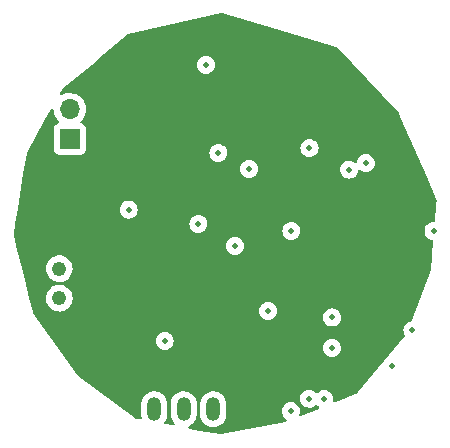
<source format=gbr>
%TF.GenerationSoftware,KiCad,Pcbnew,(6.0.1-0)*%
%TF.CreationDate,2022-04-24T11:22:29+06:00*%
%TF.ProjectId,Sound Sensor,536f756e-6420-4536-956e-736f722e6b69,rev?*%
%TF.SameCoordinates,Original*%
%TF.FileFunction,Copper,L3,Inr*%
%TF.FilePolarity,Positive*%
%FSLAX46Y46*%
G04 Gerber Fmt 4.6, Leading zero omitted, Abs format (unit mm)*
G04 Created by KiCad (PCBNEW (6.0.1-0)) date 2022-04-24 11:22:29*
%MOMM*%
%LPD*%
G01*
G04 APERTURE LIST*
%TA.AperFunction,ComponentPad*%
%ADD10O,1.200000X2.000000*%
%TD*%
%TA.AperFunction,ComponentPad*%
%ADD11R,1.700000X1.700000*%
%TD*%
%TA.AperFunction,ComponentPad*%
%ADD12O,1.700000X1.700000*%
%TD*%
%TA.AperFunction,ComponentPad*%
%ADD13C,1.228000*%
%TD*%
%TA.AperFunction,ViaPad*%
%ADD14C,0.500000*%
%TD*%
G04 APERTURE END LIST*
D10*
X201040000Y-66140000D03*
X203540000Y-66140000D03*
X206040000Y-66140000D03*
D11*
X193900000Y-43275000D03*
D12*
X193900000Y-40735000D03*
D13*
X193000000Y-56750000D03*
X193000000Y-54250000D03*
D14*
X212780000Y-60000000D03*
X216250000Y-46380000D03*
X217300000Y-64660000D03*
X210640000Y-47300000D03*
X203480000Y-45750000D03*
X205407500Y-36987500D03*
X198880000Y-49240000D03*
X214190000Y-44030000D03*
X206480000Y-44450000D03*
X217550000Y-45860000D03*
X212610000Y-66320000D03*
X210690000Y-57810000D03*
X204790000Y-50460000D03*
X222900000Y-59480000D03*
X216110000Y-58380000D03*
X215430000Y-65280000D03*
X221200000Y-62450000D03*
X201930000Y-60370000D03*
X209070000Y-45800000D03*
X207880000Y-52310000D03*
X212660000Y-51040000D03*
X218960000Y-45310000D03*
X214130000Y-65260000D03*
X224690000Y-51050000D03*
X216085000Y-60955000D03*
%TA.AperFunction,Conductor*%
G36*
X206741136Y-32619096D02*
G01*
X211348226Y-33964987D01*
X216467213Y-35460422D01*
X216523461Y-35494828D01*
X221635160Y-40904296D01*
X221658759Y-40939748D01*
X221923088Y-41535689D01*
X224103706Y-46451990D01*
X224937126Y-48330974D01*
X224947581Y-48391660D01*
X224909144Y-48894687D01*
X224811615Y-50171037D01*
X224786481Y-50237436D01*
X224729439Y-50279705D01*
X224695219Y-50285669D01*
X224695329Y-50286720D01*
X224533101Y-50303770D01*
X224533097Y-50303771D01*
X224526093Y-50304507D01*
X224519422Y-50306778D01*
X224371673Y-50357075D01*
X224371670Y-50357076D01*
X224365003Y-50359346D01*
X224359005Y-50363036D01*
X224359003Y-50363037D01*
X224226065Y-50444821D01*
X224226063Y-50444823D01*
X224220066Y-50448512D01*
X224212057Y-50456355D01*
X224105321Y-50560880D01*
X224098486Y-50567573D01*
X224094675Y-50573487D01*
X224094673Y-50573489D01*
X224010121Y-50704687D01*
X224006304Y-50710610D01*
X223948103Y-50870516D01*
X223926775Y-51039343D01*
X223943381Y-51208699D01*
X223945605Y-51215384D01*
X223945605Y-51215385D01*
X223953735Y-51239825D01*
X223997094Y-51370167D01*
X224000741Y-51376189D01*
X224000742Y-51376191D01*
X224079190Y-51505723D01*
X224085246Y-51515723D01*
X224203455Y-51638132D01*
X224209351Y-51641990D01*
X224328760Y-51720129D01*
X224345846Y-51731310D01*
X224352450Y-51733766D01*
X224352452Y-51733767D01*
X224419425Y-51758674D01*
X224505341Y-51790626D01*
X224512324Y-51791558D01*
X224512325Y-51791558D01*
X224551111Y-51796733D01*
X224558426Y-51797709D01*
X224567974Y-51798983D01*
X224632850Y-51827819D01*
X224671838Y-51887152D01*
X224676943Y-51933476D01*
X224491389Y-54361823D01*
X224483514Y-54397041D01*
X222892858Y-58576414D01*
X222864266Y-58651537D01*
X222821342Y-58708088D01*
X222759679Y-58732028D01*
X222757436Y-58732264D01*
X222736093Y-58734507D01*
X222729422Y-58736778D01*
X222581673Y-58787075D01*
X222581670Y-58787076D01*
X222575003Y-58789346D01*
X222569005Y-58793036D01*
X222569003Y-58793037D01*
X222436065Y-58874821D01*
X222436063Y-58874823D01*
X222430066Y-58878512D01*
X222308486Y-58997573D01*
X222216304Y-59140610D01*
X222158103Y-59300516D01*
X222136775Y-59469343D01*
X222153381Y-59638699D01*
X222155605Y-59645384D01*
X222155605Y-59645385D01*
X222168130Y-59683037D01*
X222207094Y-59800167D01*
X222210741Y-59806189D01*
X222210742Y-59806191D01*
X222242255Y-59858225D01*
X222260434Y-59926855D01*
X222238624Y-59994418D01*
X222231529Y-60003853D01*
X218330021Y-64715820D01*
X218280976Y-64751960D01*
X216409297Y-65523221D01*
X216349996Y-65547657D01*
X216279392Y-65555117D01*
X216215964Y-65523221D01*
X216179848Y-65462097D01*
X216177217Y-65413625D01*
X216189466Y-65326466D01*
X216193001Y-65301313D01*
X216193299Y-65280000D01*
X216174331Y-65110892D01*
X216118368Y-64950189D01*
X216028192Y-64805879D01*
X216009033Y-64786585D01*
X215913248Y-64690129D01*
X215908286Y-64685132D01*
X215892039Y-64674821D01*
X215853406Y-64650304D01*
X215764608Y-64593951D01*
X215604300Y-64536868D01*
X215435329Y-64516720D01*
X215428326Y-64517456D01*
X215428325Y-64517456D01*
X215273101Y-64533770D01*
X215273097Y-64533771D01*
X215266093Y-64534507D01*
X215259422Y-64536778D01*
X215111673Y-64587075D01*
X215111670Y-64587076D01*
X215105003Y-64589346D01*
X215099005Y-64593036D01*
X215099003Y-64593037D01*
X214966065Y-64674821D01*
X214966063Y-64674823D01*
X214960066Y-64678512D01*
X214885064Y-64751960D01*
X214877854Y-64759021D01*
X214815189Y-64792391D01*
X214744430Y-64786585D01*
X214700290Y-64757781D01*
X214633109Y-64690129D01*
X214608286Y-64665132D01*
X214600367Y-64660106D01*
X214553406Y-64630304D01*
X214464608Y-64573951D01*
X214304300Y-64516868D01*
X214135329Y-64496720D01*
X214128326Y-64497456D01*
X214128325Y-64497456D01*
X213973101Y-64513770D01*
X213973097Y-64513771D01*
X213966093Y-64514507D01*
X213959422Y-64516778D01*
X213811673Y-64567075D01*
X213811670Y-64567076D01*
X213805003Y-64569346D01*
X213799005Y-64573036D01*
X213799003Y-64573037D01*
X213666065Y-64654821D01*
X213666063Y-64654823D01*
X213660066Y-64658512D01*
X213630848Y-64687125D01*
X213557431Y-64759021D01*
X213538486Y-64777573D01*
X213534675Y-64783487D01*
X213534673Y-64783489D01*
X213461485Y-64897054D01*
X213446304Y-64920610D01*
X213425853Y-64976798D01*
X213399265Y-65049850D01*
X213388103Y-65080516D01*
X213366775Y-65249343D01*
X213383381Y-65418699D01*
X213385605Y-65425384D01*
X213385605Y-65425385D01*
X213400388Y-65469825D01*
X213437094Y-65580167D01*
X213440741Y-65586189D01*
X213440742Y-65586191D01*
X213518644Y-65714821D01*
X213525246Y-65725723D01*
X213643455Y-65848132D01*
X213785846Y-65941310D01*
X213792450Y-65943766D01*
X213792452Y-65943767D01*
X213828844Y-65957301D01*
X213945341Y-66000626D01*
X214114015Y-66023132D01*
X214121026Y-66022494D01*
X214121030Y-66022494D01*
X214276462Y-66008348D01*
X214283483Y-66007709D01*
X214290185Y-66005531D01*
X214290187Y-66005531D01*
X214438623Y-65957301D01*
X214438626Y-65957300D01*
X214445322Y-65955124D01*
X214591490Y-65867990D01*
X214642768Y-65819159D01*
X214684160Y-65779742D01*
X214747285Y-65747250D01*
X214817956Y-65754044D01*
X214861689Y-65783461D01*
X214943455Y-65868132D01*
X214949348Y-65871988D01*
X214986436Y-65896258D01*
X215032484Y-65950296D01*
X215042007Y-66020651D01*
X215011982Y-66084986D01*
X214965449Y-66118186D01*
X213494954Y-66724131D01*
X213424351Y-66731591D01*
X213360923Y-66699695D01*
X213324807Y-66638571D01*
X213329162Y-66562891D01*
X213346815Y-66516418D01*
X213346816Y-66516414D01*
X213349319Y-66509825D01*
X213373001Y-66341313D01*
X213373299Y-66320000D01*
X213354331Y-66150892D01*
X213298368Y-65990189D01*
X213292383Y-65980610D01*
X213265414Y-65937452D01*
X213208192Y-65845879D01*
X213088286Y-65725132D01*
X213072039Y-65714821D01*
X212987654Y-65661269D01*
X212944608Y-65633951D01*
X212784300Y-65576868D01*
X212615329Y-65556720D01*
X212608326Y-65557456D01*
X212608325Y-65557456D01*
X212453101Y-65573770D01*
X212453097Y-65573771D01*
X212446093Y-65574507D01*
X212439422Y-65576778D01*
X212291673Y-65627075D01*
X212291670Y-65627076D01*
X212285003Y-65629346D01*
X212279005Y-65633036D01*
X212279003Y-65633037D01*
X212146065Y-65714821D01*
X212146063Y-65714823D01*
X212140066Y-65718512D01*
X212018486Y-65837573D01*
X212014675Y-65843487D01*
X212014673Y-65843489D01*
X211954118Y-65937452D01*
X211926304Y-65980610D01*
X211868103Y-66140516D01*
X211846775Y-66309343D01*
X211863381Y-66478699D01*
X211917094Y-66640167D01*
X211934497Y-66668902D01*
X211987441Y-66756323D01*
X212005246Y-66785723D01*
X212123455Y-66908132D01*
X212214350Y-66967612D01*
X212260397Y-67021648D01*
X212269921Y-67092003D01*
X212239897Y-67156338D01*
X212179856Y-67194228D01*
X212169580Y-67196692D01*
X206663769Y-68275343D01*
X206616199Y-68275512D01*
X204941774Y-67959804D01*
X204027892Y-67787494D01*
X203964658Y-67755217D01*
X203928912Y-67693876D01*
X203932003Y-67622947D01*
X203972951Y-67564949D01*
X203999087Y-67548976D01*
X204089627Y-67507809D01*
X204089631Y-67507807D01*
X204095087Y-67505326D01*
X204267611Y-67382946D01*
X204413881Y-67230150D01*
X204528620Y-67052452D01*
X204575843Y-66935277D01*
X204605442Y-66861832D01*
X204605443Y-66861829D01*
X204607686Y-66856263D01*
X204648228Y-66648663D01*
X204648500Y-66643101D01*
X204648500Y-66592846D01*
X204931500Y-66592846D01*
X204946548Y-66750566D01*
X205006092Y-66953534D01*
X205008836Y-66958861D01*
X205008836Y-66958862D01*
X205028175Y-66996410D01*
X205102942Y-67141580D01*
X205233604Y-67307920D01*
X205238135Y-67311852D01*
X205238138Y-67311855D01*
X205324058Y-67386412D01*
X205393363Y-67446552D01*
X205398549Y-67449552D01*
X205398553Y-67449555D01*
X205505384Y-67511358D01*
X205576454Y-67552473D01*
X205776271Y-67621861D01*
X205782206Y-67622722D01*
X205782208Y-67622722D01*
X205979664Y-67651352D01*
X205979667Y-67651352D01*
X205985604Y-67652213D01*
X206196899Y-67642433D01*
X206328077Y-67610819D01*
X206396701Y-67594281D01*
X206396703Y-67594280D01*
X206402534Y-67592875D01*
X206407992Y-67590393D01*
X206407996Y-67590392D01*
X206581820Y-67511358D01*
X206595087Y-67505326D01*
X206767611Y-67382946D01*
X206913881Y-67230150D01*
X207028620Y-67052452D01*
X207075843Y-66935277D01*
X207105442Y-66861832D01*
X207105443Y-66861829D01*
X207107686Y-66856263D01*
X207148228Y-66648663D01*
X207148500Y-66643101D01*
X207148500Y-65687154D01*
X207133452Y-65529434D01*
X207073908Y-65326466D01*
X207058921Y-65297366D01*
X206979804Y-65143751D01*
X206979802Y-65143748D01*
X206977058Y-65138420D01*
X206846396Y-64972080D01*
X206841865Y-64968148D01*
X206841862Y-64968145D01*
X206691167Y-64837379D01*
X206686637Y-64833448D01*
X206681451Y-64830448D01*
X206681447Y-64830445D01*
X206508742Y-64730533D01*
X206503546Y-64727527D01*
X206303729Y-64658139D01*
X206297794Y-64657278D01*
X206297792Y-64657278D01*
X206100336Y-64628648D01*
X206100333Y-64628648D01*
X206094396Y-64627787D01*
X205883101Y-64637567D01*
X205751923Y-64669181D01*
X205683299Y-64685719D01*
X205683297Y-64685720D01*
X205677466Y-64687125D01*
X205672008Y-64689607D01*
X205672004Y-64689608D01*
X205556959Y-64741916D01*
X205484913Y-64774674D01*
X205402057Y-64833448D01*
X205338254Y-64878707D01*
X205312389Y-64897054D01*
X205166119Y-65049850D01*
X205051380Y-65227548D01*
X204972314Y-65423737D01*
X204931772Y-65631337D01*
X204931500Y-65636899D01*
X204931500Y-66592846D01*
X204648500Y-66592846D01*
X204648500Y-65687154D01*
X204633452Y-65529434D01*
X204573908Y-65326466D01*
X204558921Y-65297366D01*
X204479804Y-65143751D01*
X204479802Y-65143748D01*
X204477058Y-65138420D01*
X204346396Y-64972080D01*
X204341865Y-64968148D01*
X204341862Y-64968145D01*
X204191167Y-64837379D01*
X204186637Y-64833448D01*
X204181451Y-64830448D01*
X204181447Y-64830445D01*
X204008742Y-64730533D01*
X204003546Y-64727527D01*
X203803729Y-64658139D01*
X203797794Y-64657278D01*
X203797792Y-64657278D01*
X203600336Y-64628648D01*
X203600333Y-64628648D01*
X203594396Y-64627787D01*
X203383101Y-64637567D01*
X203251923Y-64669181D01*
X203183299Y-64685719D01*
X203183297Y-64685720D01*
X203177466Y-64687125D01*
X203172008Y-64689607D01*
X203172004Y-64689608D01*
X203056959Y-64741916D01*
X202984913Y-64774674D01*
X202902057Y-64833448D01*
X202838254Y-64878707D01*
X202812389Y-64897054D01*
X202666119Y-65049850D01*
X202551380Y-65227548D01*
X202472314Y-65423737D01*
X202431772Y-65631337D01*
X202431500Y-65636899D01*
X202431500Y-66592846D01*
X202446548Y-66750566D01*
X202506092Y-66953534D01*
X202508836Y-66958861D01*
X202508836Y-66958862D01*
X202528175Y-66996410D01*
X202602942Y-67141580D01*
X202733604Y-67307920D01*
X202738136Y-67311853D01*
X202738303Y-67312028D01*
X202770796Y-67375152D01*
X202764003Y-67445823D01*
X202720081Y-67501603D01*
X202652975Y-67524782D01*
X202623712Y-67522739D01*
X202006666Y-67406396D01*
X201943431Y-67374119D01*
X201907685Y-67312778D01*
X201910776Y-67241849D01*
X201924161Y-67214230D01*
X202025363Y-67057497D01*
X202025365Y-67057493D01*
X202028620Y-67052452D01*
X202075843Y-66935277D01*
X202105442Y-66861832D01*
X202105443Y-66861829D01*
X202107686Y-66856263D01*
X202148228Y-66648663D01*
X202148500Y-66643101D01*
X202148500Y-65687154D01*
X202133452Y-65529434D01*
X202073908Y-65326466D01*
X202058921Y-65297366D01*
X201979804Y-65143751D01*
X201979802Y-65143748D01*
X201977058Y-65138420D01*
X201846396Y-64972080D01*
X201841865Y-64968148D01*
X201841862Y-64968145D01*
X201691167Y-64837379D01*
X201686637Y-64833448D01*
X201681451Y-64830448D01*
X201681447Y-64830445D01*
X201508742Y-64730533D01*
X201503546Y-64727527D01*
X201303729Y-64658139D01*
X201297794Y-64657278D01*
X201297792Y-64657278D01*
X201100336Y-64628648D01*
X201100333Y-64628648D01*
X201094396Y-64627787D01*
X200883101Y-64637567D01*
X200751923Y-64669181D01*
X200683299Y-64685719D01*
X200683297Y-64685720D01*
X200677466Y-64687125D01*
X200672008Y-64689607D01*
X200672004Y-64689608D01*
X200556959Y-64741916D01*
X200484913Y-64774674D01*
X200402057Y-64833448D01*
X200338254Y-64878707D01*
X200312389Y-64897054D01*
X200166119Y-65049850D01*
X200051380Y-65227548D01*
X199972314Y-65423737D01*
X199931772Y-65631337D01*
X199931500Y-65636899D01*
X199931500Y-66592846D01*
X199946548Y-66750566D01*
X199971676Y-66836220D01*
X199971659Y-66907215D01*
X199933261Y-66966932D01*
X199868673Y-66996410D01*
X199827425Y-66995506D01*
X199507989Y-66935277D01*
X199457003Y-66913198D01*
X194596717Y-63362213D01*
X194568069Y-63333076D01*
X192471560Y-60359343D01*
X201166775Y-60359343D01*
X201183381Y-60528699D01*
X201237094Y-60690167D01*
X201240741Y-60696189D01*
X201240742Y-60696191D01*
X201293017Y-60782506D01*
X201325246Y-60835723D01*
X201443455Y-60958132D01*
X201585846Y-61051310D01*
X201592450Y-61053766D01*
X201592452Y-61053767D01*
X201628844Y-61067301D01*
X201745341Y-61110626D01*
X201914015Y-61133132D01*
X201921026Y-61132494D01*
X201921030Y-61132494D01*
X202076462Y-61118348D01*
X202083483Y-61117709D01*
X202090185Y-61115531D01*
X202090187Y-61115531D01*
X202238623Y-61067301D01*
X202238626Y-61067300D01*
X202245322Y-61065124D01*
X202391490Y-60977990D01*
X202396584Y-60973139D01*
X202396588Y-60973136D01*
X202426823Y-60944343D01*
X215321775Y-60944343D01*
X215338381Y-61113699D01*
X215392094Y-61275167D01*
X215395741Y-61281189D01*
X215395742Y-61281191D01*
X215463677Y-61393364D01*
X215480246Y-61420723D01*
X215598455Y-61543132D01*
X215740846Y-61636310D01*
X215747450Y-61638766D01*
X215747452Y-61638767D01*
X215783844Y-61652301D01*
X215900341Y-61695626D01*
X216069015Y-61718132D01*
X216076026Y-61717494D01*
X216076030Y-61717494D01*
X216231462Y-61703348D01*
X216238483Y-61702709D01*
X216245185Y-61700531D01*
X216245187Y-61700531D01*
X216393623Y-61652301D01*
X216393626Y-61652300D01*
X216400322Y-61650124D01*
X216546490Y-61562990D01*
X216551584Y-61558139D01*
X216551588Y-61558136D01*
X216618833Y-61494099D01*
X216669721Y-61445639D01*
X216704453Y-61393364D01*
X216759990Y-61309773D01*
X216763891Y-61303902D01*
X216824319Y-61144825D01*
X216848001Y-60976313D01*
X216848118Y-60967964D01*
X216848244Y-60958961D01*
X216848244Y-60958955D01*
X216848299Y-60955000D01*
X216829331Y-60785892D01*
X216806003Y-60718902D01*
X216795996Y-60690167D01*
X216773368Y-60625189D01*
X216767383Y-60615610D01*
X216736641Y-60566414D01*
X216683192Y-60480879D01*
X216563286Y-60360132D01*
X216547039Y-60349821D01*
X216508406Y-60325304D01*
X216419608Y-60268951D01*
X216259300Y-60211868D01*
X216090329Y-60191720D01*
X216083326Y-60192456D01*
X216083325Y-60192456D01*
X215928101Y-60208770D01*
X215928097Y-60208771D01*
X215921093Y-60209507D01*
X215914422Y-60211778D01*
X215766673Y-60262075D01*
X215766670Y-60262076D01*
X215760003Y-60264346D01*
X215754005Y-60268036D01*
X215754003Y-60268037D01*
X215621065Y-60349821D01*
X215621063Y-60349823D01*
X215615066Y-60353512D01*
X215493486Y-60472573D01*
X215489675Y-60478487D01*
X215489673Y-60478489D01*
X215437255Y-60559825D01*
X215401304Y-60615610D01*
X215343103Y-60775516D01*
X215321775Y-60944343D01*
X202426823Y-60944343D01*
X202474101Y-60899321D01*
X202514721Y-60860639D01*
X202608891Y-60718902D01*
X202669319Y-60559825D01*
X202693001Y-60391313D01*
X202693299Y-60370000D01*
X202674331Y-60200892D01*
X202671428Y-60192554D01*
X202620686Y-60046846D01*
X202618368Y-60040189D01*
X202612383Y-60030610D01*
X202547548Y-59926855D01*
X202528192Y-59895879D01*
X202408286Y-59775132D01*
X202392039Y-59764821D01*
X202353406Y-59740304D01*
X202264608Y-59683951D01*
X202104300Y-59626868D01*
X201935329Y-59606720D01*
X201928326Y-59607456D01*
X201928325Y-59607456D01*
X201773101Y-59623770D01*
X201773097Y-59623771D01*
X201766093Y-59624507D01*
X201759422Y-59626778D01*
X201611673Y-59677075D01*
X201611670Y-59677076D01*
X201605003Y-59679346D01*
X201599005Y-59683036D01*
X201599003Y-59683037D01*
X201466065Y-59764821D01*
X201466063Y-59764823D01*
X201460066Y-59768512D01*
X201338486Y-59887573D01*
X201246304Y-60030610D01*
X201188103Y-60190516D01*
X201166775Y-60359343D01*
X192471560Y-60359343D01*
X191567708Y-59077301D01*
X190793567Y-57979243D01*
X190774298Y-57937158D01*
X190763188Y-57892648D01*
X190470595Y-56720490D01*
X191873077Y-56720490D01*
X191886570Y-56926350D01*
X191887991Y-56931946D01*
X191887992Y-56931951D01*
X191922234Y-57066778D01*
X191937352Y-57126303D01*
X192023722Y-57313654D01*
X192142788Y-57482129D01*
X192146922Y-57486156D01*
X192278699Y-57614528D01*
X192290561Y-57626084D01*
X192295364Y-57629293D01*
X192295365Y-57629294D01*
X192307655Y-57637506D01*
X192462095Y-57740698D01*
X192541517Y-57774821D01*
X192646332Y-57819854D01*
X192646336Y-57819855D01*
X192651642Y-57822135D01*
X192657274Y-57823409D01*
X192657276Y-57823410D01*
X192847220Y-57866390D01*
X192847225Y-57866391D01*
X192852857Y-57867665D01*
X192858628Y-57867892D01*
X192858630Y-57867892D01*
X192922513Y-57870402D01*
X193058999Y-57875764D01*
X193169817Y-57859696D01*
X193257451Y-57846990D01*
X193257456Y-57846989D01*
X193263165Y-57846161D01*
X193268629Y-57844306D01*
X193268634Y-57844305D01*
X193401087Y-57799343D01*
X209926775Y-57799343D01*
X209943381Y-57968699D01*
X209945605Y-57975384D01*
X209945605Y-57975385D01*
X209951413Y-57992845D01*
X209997094Y-58130167D01*
X210000741Y-58136189D01*
X210000742Y-58136191D01*
X210050222Y-58217891D01*
X210085246Y-58275723D01*
X210203455Y-58398132D01*
X210345846Y-58491310D01*
X210352450Y-58493766D01*
X210352452Y-58493767D01*
X210388844Y-58507301D01*
X210505341Y-58550626D01*
X210674015Y-58573132D01*
X210681026Y-58572494D01*
X210681030Y-58572494D01*
X210836462Y-58558348D01*
X210843483Y-58557709D01*
X210850185Y-58555531D01*
X210850187Y-58555531D01*
X210998623Y-58507301D01*
X210998626Y-58507300D01*
X211005322Y-58505124D01*
X211151490Y-58417990D01*
X211156584Y-58413139D01*
X211156588Y-58413136D01*
X211202575Y-58369343D01*
X215346775Y-58369343D01*
X215363381Y-58538699D01*
X215365605Y-58545384D01*
X215365605Y-58545385D01*
X215368980Y-58555531D01*
X215417094Y-58700167D01*
X215420741Y-58706189D01*
X215420742Y-58706191D01*
X215473892Y-58793951D01*
X215505246Y-58845723D01*
X215623455Y-58968132D01*
X215765846Y-59061310D01*
X215772450Y-59063766D01*
X215772452Y-59063767D01*
X215808844Y-59077301D01*
X215925341Y-59120626D01*
X216094015Y-59143132D01*
X216101026Y-59142494D01*
X216101030Y-59142494D01*
X216256462Y-59128348D01*
X216263483Y-59127709D01*
X216270185Y-59125531D01*
X216270187Y-59125531D01*
X216418623Y-59077301D01*
X216418626Y-59077300D01*
X216425322Y-59075124D01*
X216571490Y-58987990D01*
X216576584Y-58983139D01*
X216576588Y-58983136D01*
X216643833Y-58919099D01*
X216694721Y-58870639D01*
X216788891Y-58728902D01*
X216849319Y-58569825D01*
X216873001Y-58401313D01*
X216873299Y-58380000D01*
X216854331Y-58210892D01*
X216798368Y-58050189D01*
X216792383Y-58040610D01*
X216754035Y-57979243D01*
X216708192Y-57905879D01*
X216588286Y-57785132D01*
X216575517Y-57777028D01*
X216513214Y-57737490D01*
X216444608Y-57693951D01*
X216284300Y-57636868D01*
X216115329Y-57616720D01*
X216108326Y-57617456D01*
X216108325Y-57617456D01*
X215953101Y-57633770D01*
X215953097Y-57633771D01*
X215946093Y-57634507D01*
X215939422Y-57636778D01*
X215791673Y-57687075D01*
X215791670Y-57687076D01*
X215785003Y-57689346D01*
X215779005Y-57693036D01*
X215779003Y-57693037D01*
X215646065Y-57774821D01*
X215646063Y-57774823D01*
X215640066Y-57778512D01*
X215518486Y-57897573D01*
X215514675Y-57903487D01*
X215514673Y-57903489D01*
X215457087Y-57992845D01*
X215426304Y-58040610D01*
X215368103Y-58200516D01*
X215346775Y-58369343D01*
X211202575Y-58369343D01*
X211223833Y-58349099D01*
X211274721Y-58300639D01*
X211368891Y-58158902D01*
X211429319Y-57999825D01*
X211453001Y-57831313D01*
X211453299Y-57810000D01*
X211434331Y-57640892D01*
X211425914Y-57616720D01*
X211380686Y-57486846D01*
X211378368Y-57480189D01*
X211372383Y-57470610D01*
X211293775Y-57344814D01*
X211288192Y-57335879D01*
X211168286Y-57215132D01*
X211152039Y-57204821D01*
X211113406Y-57180304D01*
X211024608Y-57123951D01*
X210864300Y-57066868D01*
X210695329Y-57046720D01*
X210688326Y-57047456D01*
X210688325Y-57047456D01*
X210533101Y-57063770D01*
X210533097Y-57063771D01*
X210526093Y-57064507D01*
X210519422Y-57066778D01*
X210371673Y-57117075D01*
X210371670Y-57117076D01*
X210365003Y-57119346D01*
X210359005Y-57123036D01*
X210359003Y-57123037D01*
X210226065Y-57204821D01*
X210226063Y-57204823D01*
X210220066Y-57208512D01*
X210098486Y-57327573D01*
X210094675Y-57333487D01*
X210094673Y-57333489D01*
X210062455Y-57383481D01*
X210006304Y-57470610D01*
X209948103Y-57630516D01*
X209926775Y-57799343D01*
X193401087Y-57799343D01*
X193428231Y-57790129D01*
X193458518Y-57779848D01*
X193638515Y-57679045D01*
X193797128Y-57547128D01*
X193929045Y-57388515D01*
X194029848Y-57208518D01*
X194057756Y-57126303D01*
X194094305Y-57018634D01*
X194094306Y-57018629D01*
X194096161Y-57013165D01*
X194125764Y-56808999D01*
X194127309Y-56750000D01*
X194108432Y-56544564D01*
X194101885Y-56521348D01*
X194054003Y-56351574D01*
X194052434Y-56346009D01*
X193961189Y-56160983D01*
X193837754Y-55995683D01*
X193830841Y-55989292D01*
X193690497Y-55859561D01*
X193686262Y-55855646D01*
X193511788Y-55745560D01*
X193320173Y-55669114D01*
X193314513Y-55667988D01*
X193314509Y-55667987D01*
X193123504Y-55629994D01*
X193123499Y-55629994D01*
X193117836Y-55628867D01*
X193112061Y-55628791D01*
X193112057Y-55628791D01*
X193008575Y-55627436D01*
X192911552Y-55626166D01*
X192905855Y-55627145D01*
X192905854Y-55627145D01*
X192896275Y-55628791D01*
X192708231Y-55661103D01*
X192514681Y-55732507D01*
X192509720Y-55735459D01*
X192509719Y-55735459D01*
X192342352Y-55835032D01*
X192342349Y-55835034D01*
X192337384Y-55837988D01*
X192333044Y-55841794D01*
X192333040Y-55841797D01*
X192186620Y-55970205D01*
X192182279Y-55974012D01*
X192054559Y-56136024D01*
X192051870Y-56141135D01*
X192051868Y-56141138D01*
X191999510Y-56240655D01*
X191958502Y-56318598D01*
X191956788Y-56324119D01*
X191956786Y-56324123D01*
X191948263Y-56351574D01*
X191897325Y-56515619D01*
X191873077Y-56720490D01*
X190470595Y-56720490D01*
X190101779Y-55242979D01*
X189846546Y-54220490D01*
X191873077Y-54220490D01*
X191886570Y-54426350D01*
X191937352Y-54626303D01*
X192023722Y-54813654D01*
X192142788Y-54982129D01*
X192290561Y-55126084D01*
X192462095Y-55240698D01*
X192546654Y-55277028D01*
X192646332Y-55319854D01*
X192646336Y-55319855D01*
X192651642Y-55322135D01*
X192657274Y-55323409D01*
X192657276Y-55323410D01*
X192847220Y-55366390D01*
X192847225Y-55366391D01*
X192852857Y-55367665D01*
X192858628Y-55367892D01*
X192858630Y-55367892D01*
X192922513Y-55370402D01*
X193058999Y-55375764D01*
X193161082Y-55360962D01*
X193257451Y-55346990D01*
X193257456Y-55346989D01*
X193263165Y-55346161D01*
X193268629Y-55344306D01*
X193268634Y-55344305D01*
X193453050Y-55281704D01*
X193458518Y-55279848D01*
X193638515Y-55179045D01*
X193797128Y-55047128D01*
X193929045Y-54888515D01*
X194029848Y-54708518D01*
X194096161Y-54513165D01*
X194125764Y-54308999D01*
X194127309Y-54250000D01*
X194108432Y-54044564D01*
X194101885Y-54021348D01*
X194054003Y-53851574D01*
X194052434Y-53846009D01*
X193961189Y-53660983D01*
X193837754Y-53495683D01*
X193819218Y-53478548D01*
X193690497Y-53359561D01*
X193686262Y-53355646D01*
X193511788Y-53245560D01*
X193320173Y-53169114D01*
X193314513Y-53167988D01*
X193314509Y-53167987D01*
X193123504Y-53129994D01*
X193123499Y-53129994D01*
X193117836Y-53128867D01*
X193112061Y-53128791D01*
X193112057Y-53128791D01*
X193008575Y-53127436D01*
X192911552Y-53126166D01*
X192905855Y-53127145D01*
X192905854Y-53127145D01*
X192896275Y-53128791D01*
X192708231Y-53161103D01*
X192514681Y-53232507D01*
X192509720Y-53235459D01*
X192509719Y-53235459D01*
X192342352Y-53335032D01*
X192342349Y-53335034D01*
X192337384Y-53337988D01*
X192333044Y-53341794D01*
X192333040Y-53341797D01*
X192186620Y-53470205D01*
X192182279Y-53474012D01*
X192054559Y-53636024D01*
X192051870Y-53641135D01*
X192051868Y-53641138D01*
X192003738Y-53732619D01*
X191958502Y-53818598D01*
X191956788Y-53824119D01*
X191956786Y-53824123D01*
X191909875Y-53975203D01*
X191897325Y-54015619D01*
X191873077Y-54220490D01*
X189846546Y-54220490D01*
X189366990Y-52299343D01*
X207116775Y-52299343D01*
X207133381Y-52468699D01*
X207187094Y-52630167D01*
X207190741Y-52636189D01*
X207190742Y-52636191D01*
X207204497Y-52658902D01*
X207275246Y-52775723D01*
X207393455Y-52898132D01*
X207535846Y-52991310D01*
X207542450Y-52993766D01*
X207542452Y-52993767D01*
X207578844Y-53007301D01*
X207695341Y-53050626D01*
X207864015Y-53073132D01*
X207871026Y-53072494D01*
X207871030Y-53072494D01*
X208026462Y-53058348D01*
X208033483Y-53057709D01*
X208040185Y-53055531D01*
X208040187Y-53055531D01*
X208188623Y-53007301D01*
X208188626Y-53007300D01*
X208195322Y-53005124D01*
X208341490Y-52917990D01*
X208346584Y-52913139D01*
X208346588Y-52913136D01*
X208413833Y-52849099D01*
X208464721Y-52800639D01*
X208558891Y-52658902D01*
X208619319Y-52499825D01*
X208643001Y-52331313D01*
X208643299Y-52310000D01*
X208624331Y-52140892D01*
X208568368Y-51980189D01*
X208562383Y-51970610D01*
X208510231Y-51887152D01*
X208478192Y-51835879D01*
X208455604Y-51813132D01*
X208388069Y-51745124D01*
X208358286Y-51715132D01*
X208342039Y-51704821D01*
X208303406Y-51680304D01*
X208214608Y-51623951D01*
X208054300Y-51566868D01*
X207885329Y-51546720D01*
X207878326Y-51547456D01*
X207878325Y-51547456D01*
X207723101Y-51563770D01*
X207723097Y-51563771D01*
X207716093Y-51564507D01*
X207709422Y-51566778D01*
X207561673Y-51617075D01*
X207561670Y-51617076D01*
X207555003Y-51619346D01*
X207549005Y-51623036D01*
X207549003Y-51623037D01*
X207416065Y-51704821D01*
X207416063Y-51704823D01*
X207410066Y-51708512D01*
X207358843Y-51758674D01*
X207303233Y-51813132D01*
X207288486Y-51827573D01*
X207284675Y-51833487D01*
X207284673Y-51833489D01*
X207220235Y-51933476D01*
X207196304Y-51970610D01*
X207138103Y-52130516D01*
X207116775Y-52299343D01*
X189366990Y-52299343D01*
X189146201Y-51414840D01*
X189143986Y-51364709D01*
X189288241Y-50449343D01*
X204026775Y-50449343D01*
X204043381Y-50618699D01*
X204097094Y-50780167D01*
X204100741Y-50786189D01*
X204100742Y-50786191D01*
X204168298Y-50897738D01*
X204185246Y-50925723D01*
X204303455Y-51048132D01*
X204445846Y-51141310D01*
X204452450Y-51143766D01*
X204452452Y-51143767D01*
X204488844Y-51157301D01*
X204605341Y-51200626D01*
X204774015Y-51223132D01*
X204781026Y-51222494D01*
X204781030Y-51222494D01*
X204936462Y-51208348D01*
X204943483Y-51207709D01*
X204950185Y-51205531D01*
X204950187Y-51205531D01*
X205098623Y-51157301D01*
X205098626Y-51157300D01*
X205105322Y-51155124D01*
X205251490Y-51067990D01*
X205256584Y-51063139D01*
X205256588Y-51063136D01*
X205292074Y-51029343D01*
X211896775Y-51029343D01*
X211913381Y-51198699D01*
X211915605Y-51205384D01*
X211915605Y-51205385D01*
X211921413Y-51222845D01*
X211967094Y-51360167D01*
X211970741Y-51366189D01*
X211970742Y-51366191D01*
X211984497Y-51388902D01*
X212055246Y-51505723D01*
X212173455Y-51628132D01*
X212196384Y-51643136D01*
X212296289Y-51708512D01*
X212315846Y-51721310D01*
X212322450Y-51723766D01*
X212322452Y-51723767D01*
X212395594Y-51750968D01*
X212475341Y-51780626D01*
X212644015Y-51803132D01*
X212651026Y-51802494D01*
X212651030Y-51802494D01*
X212806462Y-51788348D01*
X212813483Y-51787709D01*
X212820185Y-51785531D01*
X212820187Y-51785531D01*
X212968623Y-51737301D01*
X212968626Y-51737300D01*
X212975322Y-51735124D01*
X213121490Y-51647990D01*
X213126584Y-51643139D01*
X213126588Y-51643136D01*
X213227834Y-51546720D01*
X213244721Y-51530639D01*
X213338891Y-51388902D01*
X213399319Y-51229825D01*
X213423001Y-51061313D01*
X213423159Y-51050000D01*
X213423244Y-51043961D01*
X213423244Y-51043955D01*
X213423299Y-51040000D01*
X213404331Y-50870892D01*
X213348368Y-50710189D01*
X213342383Y-50700610D01*
X213286818Y-50611690D01*
X213258192Y-50565879D01*
X213138286Y-50445132D01*
X213122039Y-50434821D01*
X213008925Y-50363037D01*
X212994608Y-50353951D01*
X212834300Y-50296868D01*
X212665329Y-50276720D01*
X212658326Y-50277456D01*
X212658325Y-50277456D01*
X212503101Y-50293770D01*
X212503097Y-50293771D01*
X212496093Y-50294507D01*
X212482210Y-50299233D01*
X212341673Y-50347075D01*
X212341670Y-50347076D01*
X212335003Y-50349346D01*
X212329005Y-50353036D01*
X212329003Y-50353037D01*
X212196065Y-50434821D01*
X212196063Y-50434823D01*
X212190066Y-50438512D01*
X212068486Y-50557573D01*
X212064675Y-50563487D01*
X212064673Y-50563489D01*
X211980121Y-50694687D01*
X211976304Y-50700610D01*
X211918103Y-50860516D01*
X211896775Y-51029343D01*
X205292074Y-51029343D01*
X205323833Y-50999099D01*
X205374721Y-50950639D01*
X205468891Y-50808902D01*
X205529319Y-50649825D01*
X205553001Y-50481313D01*
X205553299Y-50460000D01*
X205534331Y-50290892D01*
X205478368Y-50130189D01*
X205472383Y-50120610D01*
X205450420Y-50085464D01*
X205388192Y-49985879D01*
X205268286Y-49865132D01*
X205252039Y-49854821D01*
X205209983Y-49828132D01*
X205124608Y-49773951D01*
X204964300Y-49716868D01*
X204795329Y-49696720D01*
X204788326Y-49697456D01*
X204788325Y-49697456D01*
X204633101Y-49713770D01*
X204633097Y-49713771D01*
X204626093Y-49714507D01*
X204619422Y-49716778D01*
X204471673Y-49767075D01*
X204471670Y-49767076D01*
X204465003Y-49769346D01*
X204459005Y-49773036D01*
X204459003Y-49773037D01*
X204326065Y-49854821D01*
X204326063Y-49854823D01*
X204320066Y-49858512D01*
X204198486Y-49977573D01*
X204194675Y-49983487D01*
X204194673Y-49983489D01*
X204182425Y-50002494D01*
X204106304Y-50120610D01*
X204048103Y-50280516D01*
X204026775Y-50449343D01*
X189288241Y-50449343D01*
X189480505Y-49229343D01*
X198116775Y-49229343D01*
X198133381Y-49398699D01*
X198187094Y-49560167D01*
X198190741Y-49566189D01*
X198190742Y-49566191D01*
X198270299Y-49697554D01*
X198275246Y-49705723D01*
X198393455Y-49828132D01*
X198535846Y-49921310D01*
X198542450Y-49923766D01*
X198542452Y-49923767D01*
X198578844Y-49937301D01*
X198695341Y-49980626D01*
X198864015Y-50003132D01*
X198871026Y-50002494D01*
X198871030Y-50002494D01*
X199026462Y-49988348D01*
X199033483Y-49987709D01*
X199040185Y-49985531D01*
X199040187Y-49985531D01*
X199188623Y-49937301D01*
X199188626Y-49937300D01*
X199195322Y-49935124D01*
X199341490Y-49847990D01*
X199346584Y-49843139D01*
X199346588Y-49843136D01*
X199421722Y-49771586D01*
X199464721Y-49730639D01*
X199473871Y-49716868D01*
X199554990Y-49594773D01*
X199558891Y-49588902D01*
X199619319Y-49429825D01*
X199643001Y-49261313D01*
X199643299Y-49240000D01*
X199624331Y-49070892D01*
X199568368Y-48910189D01*
X199562383Y-48900610D01*
X199486207Y-48778706D01*
X199478192Y-48765879D01*
X199468145Y-48755761D01*
X199363248Y-48650129D01*
X199358286Y-48645132D01*
X199342039Y-48634821D01*
X199256819Y-48580739D01*
X199214608Y-48553951D01*
X199054300Y-48496868D01*
X198885329Y-48476720D01*
X198878326Y-48477456D01*
X198878325Y-48477456D01*
X198723101Y-48493770D01*
X198723097Y-48493771D01*
X198716093Y-48494507D01*
X198709422Y-48496778D01*
X198561673Y-48547075D01*
X198561670Y-48547076D01*
X198555003Y-48549346D01*
X198549005Y-48553036D01*
X198549003Y-48553037D01*
X198416065Y-48634821D01*
X198416063Y-48634823D01*
X198410066Y-48638512D01*
X198288486Y-48757573D01*
X198284675Y-48763487D01*
X198284673Y-48763489D01*
X198200121Y-48894687D01*
X198196304Y-48900610D01*
X198138103Y-49060516D01*
X198116775Y-49229343D01*
X189480505Y-49229343D01*
X189957544Y-46202314D01*
X190022625Y-45789343D01*
X208306775Y-45789343D01*
X208323381Y-45958699D01*
X208325605Y-45965384D01*
X208325605Y-45965385D01*
X208335927Y-45996414D01*
X208377094Y-46120167D01*
X208380741Y-46126189D01*
X208380742Y-46126191D01*
X208442237Y-46227730D01*
X208465246Y-46265723D01*
X208583455Y-46388132D01*
X208725846Y-46481310D01*
X208732450Y-46483766D01*
X208732452Y-46483767D01*
X208768844Y-46497301D01*
X208885341Y-46540626D01*
X209054015Y-46563132D01*
X209061026Y-46562494D01*
X209061030Y-46562494D01*
X209216462Y-46548348D01*
X209223483Y-46547709D01*
X209230185Y-46545531D01*
X209230187Y-46545531D01*
X209378623Y-46497301D01*
X209378626Y-46497300D01*
X209385322Y-46495124D01*
X209531490Y-46407990D01*
X209536584Y-46403139D01*
X209536588Y-46403136D01*
X209624204Y-46319700D01*
X209654721Y-46290639D01*
X209748891Y-46148902D01*
X209809319Y-45989825D01*
X209829062Y-45849343D01*
X216786775Y-45849343D01*
X216803381Y-46018699D01*
X216857094Y-46180167D01*
X216860741Y-46186189D01*
X216860742Y-46186191D01*
X216920443Y-46284768D01*
X216945246Y-46325723D01*
X217063455Y-46448132D01*
X217205846Y-46541310D01*
X217212450Y-46543766D01*
X217212452Y-46543767D01*
X217248844Y-46557301D01*
X217365341Y-46600626D01*
X217534015Y-46623132D01*
X217541026Y-46622494D01*
X217541030Y-46622494D01*
X217696462Y-46608348D01*
X217703483Y-46607709D01*
X217710185Y-46605531D01*
X217710187Y-46605531D01*
X217858623Y-46557301D01*
X217858626Y-46557300D01*
X217865322Y-46555124D01*
X218011490Y-46467990D01*
X218016584Y-46463139D01*
X218016588Y-46463136D01*
X218100671Y-46383064D01*
X218134721Y-46350639D01*
X218228891Y-46208902D01*
X218289319Y-46049825D01*
X218296719Y-45997173D01*
X218326005Y-45932499D01*
X218385609Y-45893926D01*
X218456605Y-45893699D01*
X218490484Y-45909276D01*
X218615846Y-45991310D01*
X218622450Y-45993766D01*
X218622452Y-45993767D01*
X218658844Y-46007301D01*
X218775341Y-46050626D01*
X218944015Y-46073132D01*
X218951026Y-46072494D01*
X218951030Y-46072494D01*
X219106462Y-46058348D01*
X219113483Y-46057709D01*
X219120185Y-46055531D01*
X219120187Y-46055531D01*
X219268623Y-46007301D01*
X219268626Y-46007300D01*
X219275322Y-46005124D01*
X219421490Y-45917990D01*
X219426584Y-45913139D01*
X219426588Y-45913136D01*
X219523011Y-45821313D01*
X219544721Y-45800639D01*
X219638891Y-45658902D01*
X219699319Y-45499825D01*
X219723001Y-45331313D01*
X219723299Y-45310000D01*
X219704331Y-45140892D01*
X219696789Y-45119233D01*
X219668345Y-45037554D01*
X219648368Y-44980189D01*
X219642383Y-44970610D01*
X219604321Y-44909700D01*
X219558192Y-44835879D01*
X219438286Y-44715132D01*
X219426185Y-44707452D01*
X219383406Y-44680304D01*
X219294608Y-44623951D01*
X219134300Y-44566868D01*
X218965329Y-44546720D01*
X218958326Y-44547456D01*
X218958325Y-44547456D01*
X218803101Y-44563770D01*
X218803097Y-44563771D01*
X218796093Y-44564507D01*
X218789422Y-44566778D01*
X218641673Y-44617075D01*
X218641670Y-44617076D01*
X218635003Y-44619346D01*
X218629005Y-44623036D01*
X218629003Y-44623037D01*
X218496065Y-44704821D01*
X218496063Y-44704823D01*
X218490066Y-44708512D01*
X218368486Y-44827573D01*
X218364675Y-44833487D01*
X218364673Y-44833489D01*
X218308413Y-44920787D01*
X218276304Y-44970610D01*
X218218103Y-45130516D01*
X218217220Y-45137506D01*
X218213155Y-45169683D01*
X218184773Y-45234760D01*
X218125713Y-45274161D01*
X218054727Y-45275378D01*
X218020635Y-45260276D01*
X217933741Y-45205132D01*
X217884608Y-45173951D01*
X217724300Y-45116868D01*
X217555329Y-45096720D01*
X217548326Y-45097456D01*
X217548325Y-45097456D01*
X217393101Y-45113770D01*
X217393097Y-45113771D01*
X217386093Y-45114507D01*
X217379422Y-45116778D01*
X217231673Y-45167075D01*
X217231670Y-45167076D01*
X217225003Y-45169346D01*
X217219005Y-45173036D01*
X217219003Y-45173037D01*
X217086065Y-45254821D01*
X217086063Y-45254823D01*
X217080066Y-45258512D01*
X216958486Y-45377573D01*
X216954675Y-45383487D01*
X216954673Y-45383489D01*
X216879699Y-45499825D01*
X216866304Y-45520610D01*
X216808103Y-45680516D01*
X216786775Y-45849343D01*
X209829062Y-45849343D01*
X209833001Y-45821313D01*
X209833299Y-45800000D01*
X209814331Y-45630892D01*
X209758368Y-45470189D01*
X209752383Y-45460610D01*
X209709931Y-45392675D01*
X209668192Y-45325879D01*
X209548286Y-45205132D01*
X209537597Y-45198348D01*
X209488318Y-45167075D01*
X209404608Y-45113951D01*
X209244300Y-45056868D01*
X209075329Y-45036720D01*
X209068326Y-45037456D01*
X209068325Y-45037456D01*
X208913101Y-45053770D01*
X208913097Y-45053771D01*
X208906093Y-45054507D01*
X208899422Y-45056778D01*
X208751673Y-45107075D01*
X208751670Y-45107076D01*
X208745003Y-45109346D01*
X208739005Y-45113036D01*
X208739003Y-45113037D01*
X208606065Y-45194821D01*
X208606063Y-45194823D01*
X208600066Y-45198512D01*
X208585788Y-45212494D01*
X208490241Y-45306062D01*
X208478486Y-45317573D01*
X208474675Y-45323487D01*
X208474673Y-45323489D01*
X208390121Y-45454687D01*
X208386304Y-45460610D01*
X208328103Y-45620516D01*
X208306775Y-45789343D01*
X190022625Y-45789343D01*
X190236445Y-44432556D01*
X190251245Y-44390125D01*
X190322664Y-44263897D01*
X191730804Y-41775090D01*
X192308023Y-40754890D01*
X192358977Y-40705451D01*
X192428571Y-40691408D01*
X192494709Y-40717219D01*
X192536393Y-40774690D01*
X192543477Y-40809682D01*
X192550110Y-40924715D01*
X192551247Y-40929761D01*
X192551248Y-40929767D01*
X192571119Y-41017939D01*
X192599222Y-41142639D01*
X192683266Y-41349616D01*
X192799987Y-41540088D01*
X192946250Y-41708938D01*
X192950230Y-41712242D01*
X192954981Y-41716187D01*
X192994616Y-41775090D01*
X192996113Y-41846071D01*
X192958997Y-41906593D01*
X192918724Y-41931112D01*
X192803295Y-41974385D01*
X192686739Y-42061739D01*
X192599385Y-42178295D01*
X192548255Y-42314684D01*
X192541500Y-42376866D01*
X192541500Y-44173134D01*
X192548255Y-44235316D01*
X192599385Y-44371705D01*
X192686739Y-44488261D01*
X192803295Y-44575615D01*
X192939684Y-44626745D01*
X192995560Y-44632815D01*
X192995837Y-44632845D01*
X193001866Y-44633500D01*
X194798134Y-44633500D01*
X194804164Y-44632845D01*
X194804440Y-44632815D01*
X194860316Y-44626745D01*
X194996705Y-44575615D01*
X195113261Y-44488261D01*
X195149923Y-44439343D01*
X205716775Y-44439343D01*
X205733381Y-44608699D01*
X205735605Y-44615384D01*
X205735605Y-44615385D01*
X205738455Y-44623951D01*
X205787094Y-44770167D01*
X205790741Y-44776189D01*
X205790742Y-44776191D01*
X205826891Y-44835879D01*
X205875246Y-44915723D01*
X205993455Y-45038132D01*
X206018479Y-45054507D01*
X206124518Y-45123897D01*
X206135846Y-45131310D01*
X206142450Y-45133766D01*
X206142452Y-45133767D01*
X206215593Y-45160968D01*
X206295341Y-45190626D01*
X206464015Y-45213132D01*
X206471026Y-45212494D01*
X206471030Y-45212494D01*
X206626462Y-45198348D01*
X206633483Y-45197709D01*
X206640185Y-45195531D01*
X206640187Y-45195531D01*
X206788623Y-45147301D01*
X206788626Y-45147300D01*
X206795322Y-45145124D01*
X206941490Y-45057990D01*
X206946584Y-45053139D01*
X206946588Y-45053136D01*
X207039468Y-44964687D01*
X207064721Y-44940639D01*
X207158891Y-44798902D01*
X207219319Y-44639825D01*
X207243001Y-44471313D01*
X207243299Y-44450000D01*
X207224331Y-44280892D01*
X207168368Y-44120189D01*
X207162383Y-44110610D01*
X207125329Y-44051313D01*
X207105352Y-44019343D01*
X213426775Y-44019343D01*
X213443381Y-44188699D01*
X213497094Y-44350167D01*
X213500741Y-44356189D01*
X213500742Y-44356191D01*
X213576939Y-44482006D01*
X213585246Y-44495723D01*
X213703455Y-44618132D01*
X213774651Y-44664721D01*
X213835930Y-44704821D01*
X213845846Y-44711310D01*
X213852450Y-44713766D01*
X213852452Y-44713767D01*
X213888844Y-44727301D01*
X214005341Y-44770626D01*
X214174015Y-44793132D01*
X214181026Y-44792494D01*
X214181030Y-44792494D01*
X214336462Y-44778348D01*
X214343483Y-44777709D01*
X214350185Y-44775531D01*
X214350187Y-44775531D01*
X214498623Y-44727301D01*
X214498626Y-44727300D01*
X214505322Y-44725124D01*
X214651490Y-44637990D01*
X214656584Y-44633139D01*
X214656588Y-44633136D01*
X214747333Y-44546720D01*
X214774721Y-44520639D01*
X214868891Y-44378902D01*
X214929319Y-44219825D01*
X214953001Y-44051313D01*
X214953299Y-44030000D01*
X214934331Y-43860892D01*
X214928735Y-43844821D01*
X214880686Y-43706846D01*
X214878368Y-43700189D01*
X214872383Y-43690610D01*
X214797178Y-43570260D01*
X214788192Y-43555879D01*
X214668286Y-43435132D01*
X214652039Y-43424821D01*
X214613406Y-43400304D01*
X214524608Y-43343951D01*
X214364300Y-43286868D01*
X214195329Y-43266720D01*
X214188326Y-43267456D01*
X214188325Y-43267456D01*
X214033101Y-43283770D01*
X214033097Y-43283771D01*
X214026093Y-43284507D01*
X214019422Y-43286778D01*
X213871673Y-43337075D01*
X213871670Y-43337076D01*
X213865003Y-43339346D01*
X213859005Y-43343036D01*
X213859003Y-43343037D01*
X213726065Y-43424821D01*
X213726063Y-43424823D01*
X213720066Y-43428512D01*
X213598486Y-43547573D01*
X213506304Y-43690610D01*
X213448103Y-43850516D01*
X213426775Y-44019343D01*
X207105352Y-44019343D01*
X207078192Y-43975879D01*
X206958286Y-43855132D01*
X206951013Y-43850516D01*
X206903406Y-43820304D01*
X206814608Y-43763951D01*
X206654300Y-43706868D01*
X206485329Y-43686720D01*
X206478326Y-43687456D01*
X206478325Y-43687456D01*
X206323101Y-43703770D01*
X206323097Y-43703771D01*
X206316093Y-43704507D01*
X206309422Y-43706778D01*
X206161673Y-43757075D01*
X206161670Y-43757076D01*
X206155003Y-43759346D01*
X206149005Y-43763036D01*
X206149003Y-43763037D01*
X206016065Y-43844821D01*
X206016063Y-43844823D01*
X206010066Y-43848512D01*
X205888486Y-43967573D01*
X205884675Y-43973487D01*
X205884673Y-43973489D01*
X205831999Y-44055223D01*
X205796304Y-44110610D01*
X205738103Y-44270516D01*
X205716775Y-44439343D01*
X195149923Y-44439343D01*
X195200615Y-44371705D01*
X195251745Y-44235316D01*
X195258500Y-44173134D01*
X195258500Y-42376866D01*
X195251745Y-42314684D01*
X195200615Y-42178295D01*
X195113261Y-42061739D01*
X194996705Y-41974385D01*
X194984132Y-41969672D01*
X194878203Y-41929960D01*
X194821439Y-41887318D01*
X194796739Y-41820756D01*
X194811947Y-41751408D01*
X194833493Y-41722727D01*
X194934435Y-41622137D01*
X194938096Y-41618489D01*
X194997594Y-41535689D01*
X195065435Y-41441277D01*
X195068453Y-41437077D01*
X195167430Y-41236811D01*
X195232370Y-41023069D01*
X195261529Y-40801590D01*
X195263156Y-40735000D01*
X195244852Y-40512361D01*
X195190431Y-40295702D01*
X195101354Y-40090840D01*
X194980014Y-39903277D01*
X194829670Y-39738051D01*
X194825619Y-39734852D01*
X194825615Y-39734848D01*
X194658414Y-39602800D01*
X194658410Y-39602798D01*
X194654359Y-39599598D01*
X194458789Y-39491638D01*
X194453920Y-39489914D01*
X194453916Y-39489912D01*
X194253087Y-39418795D01*
X194253083Y-39418794D01*
X194248212Y-39417069D01*
X194243119Y-39416162D01*
X194243116Y-39416161D01*
X194033373Y-39378800D01*
X194033367Y-39378799D01*
X194028284Y-39377894D01*
X193954452Y-39376992D01*
X193810081Y-39375228D01*
X193810079Y-39375228D01*
X193804911Y-39375165D01*
X193584091Y-39408955D01*
X193371756Y-39478357D01*
X193367168Y-39480745D01*
X193367164Y-39480747D01*
X193265018Y-39533921D01*
X193195358Y-39547634D01*
X193129343Y-39521509D01*
X193087932Y-39463840D01*
X193084273Y-39392938D01*
X193097174Y-39360111D01*
X193238908Y-39109605D01*
X193267199Y-39075452D01*
X195748181Y-36976843D01*
X204644275Y-36976843D01*
X204660881Y-37146199D01*
X204714594Y-37307667D01*
X204718241Y-37313689D01*
X204718242Y-37313691D01*
X204731997Y-37336402D01*
X204802746Y-37453223D01*
X204920955Y-37575632D01*
X205063346Y-37668810D01*
X205069950Y-37671266D01*
X205069952Y-37671267D01*
X205106344Y-37684801D01*
X205222841Y-37728126D01*
X205391515Y-37750632D01*
X205398526Y-37749994D01*
X205398530Y-37749994D01*
X205553962Y-37735848D01*
X205560983Y-37735209D01*
X205567685Y-37733031D01*
X205567687Y-37733031D01*
X205716123Y-37684801D01*
X205716126Y-37684800D01*
X205722822Y-37682624D01*
X205868990Y-37595490D01*
X205874084Y-37590639D01*
X205874088Y-37590636D01*
X205941333Y-37526599D01*
X205992221Y-37478139D01*
X206086391Y-37336402D01*
X206146819Y-37177325D01*
X206170501Y-37008813D01*
X206170799Y-36987500D01*
X206151831Y-36818392D01*
X206095868Y-36657689D01*
X206089883Y-36648110D01*
X206067920Y-36612964D01*
X206005692Y-36513379D01*
X205885786Y-36392632D01*
X205869539Y-36382321D01*
X205816630Y-36348744D01*
X205742108Y-36301451D01*
X205581800Y-36244368D01*
X205412829Y-36224220D01*
X205405826Y-36224956D01*
X205405825Y-36224956D01*
X205250601Y-36241270D01*
X205250597Y-36241271D01*
X205243593Y-36242007D01*
X205236922Y-36244278D01*
X205089173Y-36294575D01*
X205089170Y-36294576D01*
X205082503Y-36296846D01*
X205076505Y-36300536D01*
X205076503Y-36300537D01*
X204943565Y-36382321D01*
X204943563Y-36382323D01*
X204937566Y-36386012D01*
X204815986Y-36505073D01*
X204812175Y-36510987D01*
X204812173Y-36510989D01*
X204727621Y-36642187D01*
X204723804Y-36648110D01*
X204665603Y-36808016D01*
X204644275Y-36976843D01*
X195748181Y-36976843D01*
X196289026Y-36519354D01*
X198806340Y-34390014D01*
X198860246Y-34363245D01*
X206678341Y-32617071D01*
X206741136Y-32619096D01*
G37*
%TD.AperFunction*%
M02*

</source>
